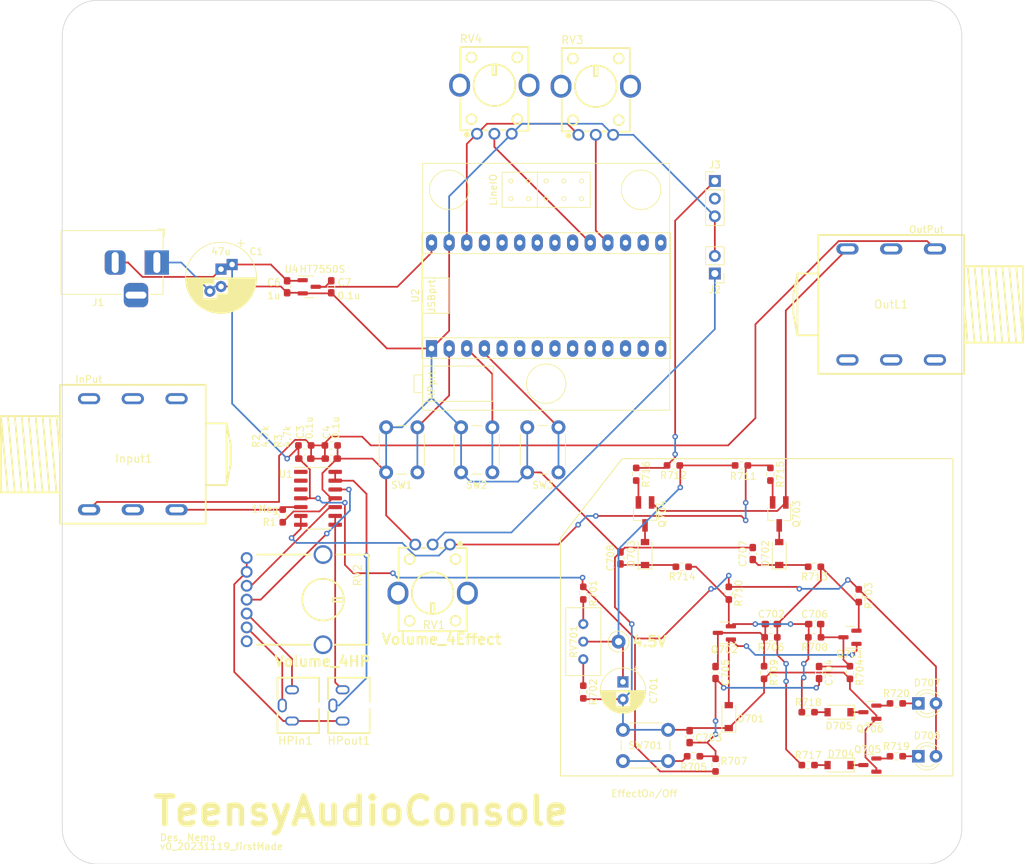
<source format=kicad_pcb>
(kicad_pcb (version 20211014) (generator pcbnew)
  (layers (0 "F.Cu" signal) (31 "B.Cu" signal) (34 "B.Paste" user) (35 "F.Paste" user) (36 "B.SilkS" user "B.Silkscreen") (37 "F.SilkS" user "F.Silkscreen") (38 "B.Mask" user) (39 "F.Mask" user) (44 "Edge.Cuts" user))
  (net 0 "")
  (net 1 "9V")
  (net 2 "GND")
  (net 3 "fetSW_4.5V")
  (net 5 "5V")
  (net 6 "halfRail")
  (net 8 "3.3v")
  (net 10 "Net-(Input1-PadT)")
  (net 12 "HPG")
  (net 13 "Net-(U1-Pad10)")
  (net 14 "HPRin")
  (net 15 "Net-(RV2-Pad5)")
  (net 16 "HPLin")
  (net 17 "HPL")
  (net 18 "HPR")
  (net 19 "Net-(C702-Pad1)")
  (net 20 "fetSW_sw1")
  (net 27 "Net-(C703-Pad1)")
  (net 28 "Net-(C704-Pad1)")
  (net 29 "fetSW_sw2")
  (net 30 "Net-(C707-Pad1)")
  (net 42 "Net-(C708-Pad1)")
  (net 43 "Net-(D701-Pad2)")
  (net 45 "Net-(D702-Pad2)")
  (net 46 "Net-(D703-Pad2)")
  (net 47 "Net-(D704-Pad1)")
  (net 48 "Net-(D704-Pad2)")
  (net 49 "Net-(D705-Pad1)")
  (net 50 "Net-(D705-Pad2)")
  (net 51 "fetSW_in2")
  (net 53 "fetSW_out1")
  (net 54 "Net-(Q703-Pad2)")
  (net 55 "Net-(Q704-Pad2)")
  (net 56 "Net-(Q705-Pad2)")
  (net 57 "Net-(Q706-Pad2)")
  (net 58 "Net-(R701-Pad2)")
  (net 59 "Net-(R702-Pad1)")
  (net 60 "Net-(R705-Pad1)")
  (net 61 "fetSW_in1")
  (net 62 "A2")
  (net 63 "A3")
  (net 64 "D0")
  (net 65 "D1")
  (net 66 "D2")
  (net 67 "Net-(D706-Pad1)")
  (net 68 "Net-(D707-Pad1)")
  (net 69 "Net-(J2-Pad1)")
  (footprint "Diode_SMD:D_SOD-123" (layer "F.Cu") (at 174.73 143.8525 90)
    (fp_text reference "D701")
    (fp_text value "1N4148W")
  )
  (footprint "Resistor_SMD:R_0603_1608Metric_Pad0.98x0.95mm_HandSolder" (layer "F.Cu") (at 198.86 141.9475)
    (fp_text reference "R720")
    (fp_text value "4.7k")
  )
  (footprint "Button_Switch_THT:SW_PUSH_6mm" (layer "F.Cu") (at 145.705 108.66 90)
    (fp_text reference "SW3")
    (fp_text value "SW_Push_Dual")
  )
  (footprint "LED_THT:LED_D3.0mm" (layer "F.Cu") (at 202.03 149.5675)
    (fp_text reference "D706")
    (fp_text value "LED")
  )
  (footprint "Capacitor_SMD:C_0603_1608Metric_Pad1.08x0.95mm_HandSolder" (layer "F.Cu") (at 169.09 146.7375 90)
    (fp_text reference "C703")
    (fp_text value "0.01u")
  )
  (footprint "Connector_PinHeader_2.54mm:PinHeader_1x03_P2.54mm_Vertical" (layer "F.Cu") (at 172.72 66.675)
    (fp_text reference "J3")
    (fp_text value "fromLineOutLR")
  )
  (footprint "Resistor_SMD:R_0603_1608Metric_Pad0.98x0.95mm_HandSolder" (layer "F.Cu") (at 161.395 108.9275 -90)
    (fp_text reference "R716")
    (fp_text value "47k")
  )
  (footprint "Resistor_SMD:R_0603_1608Metric_Pad0.98x0.95mm_HandSolder" (layer "F.Cu") (at 153.775 126.0625 -90)
    (fp_text reference "R701")
    (fp_text value "4.7k")
  )
  (footprint "connector:RES-TH_RK09K1130AAU" (layer "F.Cu") (at 140.97 56.3635)
    (fp_text reference "RV4")
    (fp_text value "10k" hide)
  )
  (footprint "Capacitor_SMD:C_0603_1608Metric_Pad1.08x0.95mm_HandSolder" (layer "F.Cu") (at 117.475 81.915 -90)
    (fp_text reference "C7")
    (fp_text value "0.1u")
  )
  (footprint "Diode_SMD:D_SOD-123" (layer "F.Cu") (at 190.605 143.2175 180)
    (fp_text reference "D705")
    (fp_text value "1N4148W")
  )
  (footprint "Resistor_SMD:R_0603_1608Metric_Pad0.98x0.95mm_HandSolder" (layer "F.Cu") (at 179.81 137.5025 -90)
    (fp_text reference "R709")
    (fp_text value "56k")
  )
  (footprint "connector:RES-TH_RK09K1130AAU" (layer "F.Cu") (at 155.575 56.515)
    (fp_text reference "RV3")
    (fp_text value "10k" hide)
  )
  (footprint "Resistor_SMD:R_0603_1608Metric_Pad0.98x0.95mm_HandSolder" (layer "F.Cu") (at 113.665 104.775)
    (fp_text reference "R2")
    (fp_text value "4.7k")
  )
  (footprint "Capacitor_THT:CP_Radial_D10.0mm_P2.50mm_P5.00mm" (layer "F.Cu") (at 101.6 79.375 -90)
    (fp_text reference "C1")
    (fp_text value "47u")
  )
  (footprint "Connector_BarrelJack:BarrelJack_Horizontal" (layer "F.Cu") (at 92.36 78.4175)
    (fp_text reference "J1")
    (fp_text value "Barrel_Jack_Switch")
  )
  (footprint "Capacitor_SMD:C_0603_1608Metric_Pad1.08x0.95mm_HandSolder" (layer "F.Cu") (at 187.0975 130.5175)
    (fp_text reference "C706")
    (fp_text value "470p")
  )
  (footprint "Resistor_SMD:R_0603_1608Metric_Pad0.98x0.95mm_HandSolder" (layer "F.Cu") (at 117.475 104.775)
    (fp_text reference "R3")
    (fp_text value "4.7k")
  )
  (footprint "Resistor_SMD:R_0603_1608Metric_Pad0.98x0.95mm_HandSolder" (layer "F.Cu") (at 193.4475 126.43 -90)
    (fp_text reference "R703")
    (fp_text value "56k")
  )
  (footprint "Package_TO_SOT_SMD:SOT-23" (layer "F.Cu") (at 174.095 131.7875 180)
    (fp_text reference "Q702")
    (fp_text value "2SC1815")
  )
  (footprint "MountingHole:MountingHole_3.2mm_M3" (layer "F.Cu") (at 203.2 160.02)
    (fp_text reference "REF**")
    (fp_text value "MountingHole_3.2mm_M3")
  )
  (footprint "MountingHole:MountingHole_3.2mm_M3" (layer "F.Cu") (at 203.2 45.72)
    (fp_text reference "REF**")
    (fp_text value "MountingHole_3.2mm_M3")
  )
  (footprint "MountingHole:MountingHole_3.2mm_M3" (layer "F.Cu") (at 83.82 45.72)
    (fp_text reference "REF**")
    (fp_text value "MountingHole_3.2mm_M3")
  )
  (footprint "connector:AUDIO-TH_XKB_PJ-3059-B" (layer "F.Cu") (at 111.125 142.24)
    (fp_text reference "HPIn1")
    (fp_text value "PJ-3059-B" hide)
  )
  (footprint "Resistor_SMD:R_0603_1608Metric_Pad0.98x0.95mm_HandSolder" (layer "F.Cu") (at 186.16 150.8375)
    (fp_text reference "R717")
    (fp_text value "1Meg")
  )
  (footprint "Package_TO_SOT_SMD:SOT-23" (layer "F.Cu") (at 195.05 143.2175 180)
    (fp_text reference "Q706")
    (fp_text value "2SC1815")
  )
  (footprint "Capacitor_SMD:C_0603_1608Metric_Pad1.08x0.95mm_HandSolder" (layer "F.Cu") (at 180.8525 130.5175)
    (fp_text reference "C702")
    (fp_text value "470p")
  )
  (footprint "Button_Switch_THT:SW_PUSH_6mm" (layer "F.Cu") (at 125.385 108.66 90)
    (fp_text reference "SW1")
    (fp_text value "SW_Push_Dual")
  )
  (footprint "Package_TO_SOT_SMD:SC-59_Handsoldering" (layer "F.Cu") (at 162.665 114.6425 -90)
    (fp_text reference "Q704")
    (fp_text value "2SK209")
  )
  (footprint "Package_TO_SOT_SMD:SOT-23" (layer "F.Cu") (at 195.05 150.8375 180)
    (fp_text reference "Q705")
    (fp_text value "2SC1815")
  )
  (footprint "LED_THT:LED_D3.0mm" (layer "F.Cu") (at 202.03 141.9475)
    (fp_text reference "D707")
    (fp_text value "LED")
  )
  (footprint "Diode_SMD:D_SOD-123" (layer "F.Cu") (at 162.665 120.3575 90)
    (fp_text reference "D703")
    (fp_text value "1N4148W")
  )
  (footprint "Capacitor_SMD:C_0603_1608Metric_Pad1.08x0.95mm_HandSolder" (layer "F.Cu") (at 111.125 81.915 -90)
    (fp_text reference "C6")
    (fp_text value "1u")
  )
  (footprint "Potentiometer_THT:Potentiometer_Bourns_3296W_Vertical" (layer "F.Cu") (at 153.775 130.5075 90)
    (fp_text reference "RV701")
    (fp_text value "10k")
  )
  (footprint "Package_SO:SO-14_3.9x8.65mm_P1.27mm" (layer "F.Cu") (at 115.57 112.395)
    (fp_text reference "U1")
    (fp_text value "TL074")
  )
  (footprint "Connector_PinHeader_2.54mm:PinHeader_1x02_P2.54mm_Vertical" (layer "F.Cu") (at 172.72 80.01 180)
    (fp_text reference "J2")
    (fp_text value "toLineInLR")
  )
  (footprint "Resistor_SMD:R_0603_1608Metric_Pad0.98x0.95mm_HandSolder" (layer "F.Cu") (at 168.0225 122.2625 180)
    (fp_text reference "R714")
    (fp_text value "1Meg")
  )
  (footprint "Resistor_SMD:R_0603_1608Metric_Pad0.98x0.95mm_HandSolder" (layer "F.Cu") (at 192.1775 137.5025 -90)
    (fp_text reference "R704")
    (fp_text value "56k")
  )
  (footprint "mylib:teensy4.0WithAudioSh" (layer "F.Cu") (at 131.9175 90.805 90)
    (fp_text reference "U2")
    (fp_text value "teensy4.0")
  )
  (footprint "Button_Switch_THT:SW_PUSH_6mm" (layer "F.Cu") (at 136.18 108.66 90)
    (fp_text reference "SW2")
    (fp_text value "SW_Push_Dual")
  )
  (footprint "Resistor_SMD:R_0603_1608Metric_Pad0.98x0.95mm_HandSolder" (layer "F.Cu") (at 186.16 143.2175)
    (fp_text reference "R718")
    (fp_text value "1Meg")
  )
  (footprint "Resistor_SMD:R_0603_1608Metric_Pad0.98x0.95mm_HandSolder" (layer "F.Cu") (at 176.555 107.6575)
    (fp_text reference "R711")
    (fp_text value "1Meg")
  )
  (footprint "Package_TO_SOT_SMD:SC-59_Handsoldering" (layer "F.Cu") (at 181.9925 114.6425 -90)
    (fp_text reference "Q703")
    (fp_text value "2SK209")
  )
  (footprint "connector:AUDIO-TH_PJ-609AE" (layer "F.Cu") (at 88.9 106.045)
    (fp_text reference "Input1")
    (fp_text value "PJ609AE" hide)
  )
  (footprint "Capacitor_SMD:C_0603_1608Metric_Pad1.08x0.95mm_HandSolder" (layer "F.Cu") (at 178.1825 120.3575 90)
    (fp_text reference "C707")
    (fp_text value "0.047u")
  )
  (footprint "Capacitor_SMD:C_0603_1608Metric_Pad1.08x0.95mm_HandSolder" (layer "F.Cu") (at 159.1325 120.9925 90)
    (fp_text reference "C708")
    (fp_text value "0.047u")
  )
  (footprint "Resistor_SMD:R_0603_1608Metric_Pad0.98x0.95mm_HandSolder" (layer "F.Cu") (at 174.73 126.0725 -90)
    (fp_text reference "R710")
    (fp_text value "56k")
  )
  (footprint "connector:RES-TH_RK14K1240036" (layer "F.Cu") (at 114.3 127 -90)
    (fp_text reference "RV2")
    (fp_text value "R_Potentiometer_Dual" hide)
  )
  (footprint "Capacitor_SMD:C_0603_1608Metric_Pad1.08x0.95mm_HandSolder" (layer "F.Cu") (at 113.665 106.68)
    (fp_text reference "C3")
    (fp_text value "0.1u")
  )
  (footprint "Resistor_SMD:R_0603_1608Metric_Pad0.98x0.95mm_HandSolder" (layer "F.Cu") (at 180.8025 132.4225 180)
    (fp_text reference "R706")
    (fp_text value "100k")
  )
  (footprint "Diode_SMD:D_SOD-123" (layer "F.Cu") (at 181.9925 120.3575 90)
    (fp_text reference "D702")
    (fp_text value "1N4148W")
  )
  (footprint "connector:AUDIO-TH_PJ-609AE" (layer "F.Cu") (at 198.12 84.455 180)
    (fp_text reference "OutL1")
    (fp_text value "PJ609AE" hide)
  )
  (footprint "Package_TO_SOT_SMD:SOT-23" (layer "F.Cu") (at 192.1775 132.4225 180)
    (fp_text reference "Q701")
    (fp_text value "2SC1815")
  )
  (footprint "Resistor_SMD:R_0603_1608Metric_Pad0.98x0.95mm_HandSolder" (layer "F.Cu") (at 169.65 149.5675)
    (fp_text reference "R705")
    (fp_text value "1k")
  )
  (footprint "Resistor_SMD:R_0603_1608Metric_Pad0.98x0.95mm_HandSolder" (layer "F.Cu") (at 198.86 149.5675)
    (fp_text reference "R719")
    (fp_text value "4.7k")
  )
  (footprint "connector:RES-TH_RK09K1130AAU" (layer "F.Cu") (at 132.08 122.555 180)
    (fp_text reference "RV1")
    (fp_text value "10k" hide)
  )
  (footprint "Resistor_SMD:R_0603_1608Metric_Pad0.98x0.95mm_HandSolder" (layer "F.Cu") (at 172.825 150.8375 90)
    (fp_text reference "R707")
    (fp_text value "1Meg")
  )
  (footprint "Resistor_SMD:R_0603_1608Metric_Pad0.98x0.95mm_HandSolder" (layer "F.Cu") (at 180.7225 108.9275 -90)
    (fp_text reference "R715")
    (fp_text value "47k")
  )
  (footprint "connector:AUDIO-TH_XKB_PJ-3059-B" (layer "F.Cu") (at 118.415 142.24)
    (fp_text reference "HPout1")
    (fp_text value "PJ-3059-B" hide)
  )
  (footprint "MountingHole:MountingHole_3.2mm_M3" (layer "F.Cu") (at 83.82 160.02)
    (fp_text reference "REF**")
    (fp_text value "MountingHole_3.2mm_M3")
  )
  (footprint "Capacitor_THT:CP_Radial_D6.3mm_P2.50mm" (layer "F.Cu") (at 159.49 138.850121 -90)
    (fp_text reference "C701")
    (fp_text value "10u")
  )
  (footprint "Resistor_SMD:R_0603_1608Metric_Pad0.98x0.95mm_HandSolder" (layer "F.Cu") (at 153.775 140.31 -90)
    (fp_text reference "R702")
    (fp_text value "4.7k")
  )
  (footprint "Capacitor_SMD:C_0603_1608Metric_Pad1.08x0.95mm_HandSolder" (layer "F.Cu") (at 172.825 137.5025 -90)
    (fp_text reference "C705")
    (fp_text value "470p")
  )
  (footprint "Package_TO_SOT_SMD:SOT-23" (layer "F.Cu") (at 114.3 81.915)
    (fp_text reference "U4")
    (fp_text value "HT7550S")
  )
  (footprint "Capacitor_SMD:C_0603_1608Metric_Pad1.08x0.95mm_HandSolder" (layer "F.Cu") (at 187.7325 137.5025 -90)
    (fp_text reference "C704")
    (fp_text value "470p")
  )
  (footprint "Capacitor_SMD:C_0603_1608Metric_Pad1.08x0.95mm_HandSolder" (layer "F.Cu") (at 117.475 106.68)
    (fp_text reference "C4")
    (fp_text value "0.1u")
  )
  (footprint "Resistor_SMD:R_0603_1608Metric_Pad0.98x0.95mm_HandSolder" (layer "F.Cu") (at 187.0725 122.2625 180)
    (fp_text reference "R713")
    (fp_text value "1Meg")
  )
  (footprint "Resistor_SMD:R_0603_1608Metric_Pad0.98x0.95mm_HandSolder" (layer "F.Cu") (at 166.7525 107.6575 180)
    (fp_text reference "R712")
    (fp_text value "1Meg")
  )
  (footprint "Button_Switch_THT:SW_PUSH_6mm" (layer "F.Cu") (at 159.49 145.7575)
    (fp_text reference "SW701")
    (fp_text value "SW_Push_Dual")
  )
  (footprint "Resistor_SMD:R_0603_1608Metric_Pad0.98x0.95mm_HandSolder" (layer "F.Cu") (at 187.0975 132.4225 180)
    (fp_text reference "R708")
    (fp_text value "100k")
  )
  (footprint "TestPoint:TestPoint_Loop_D1.80mm_Drill1.0mm_Beaded" (layer "F.Cu") (at 158.855 133.0475)
    (fp_text reference "J701")
    (fp_text value "testpoint")
  )
  (footprint "Diode_SMD:D_SOD-123" (layer "F.Cu") (at 190.605 150.8375 180)
    (fp_text reference "D704")
    (fp_text value "1N4148W")
  )
  (footprint "Resistor_SMD:R_0603_1608Metric_Pad0.98x0.95mm_HandSolder" (layer "F.Cu") (at 110.49 114.935 -90)
    (fp_text reference "R1")
    (fp_text value "1Meg")
  )
  (gr_line (start 150.495 152.4) (end 207.01 152.4) (layer "F.SilkS") (width 0.15))
  (gr_line (start 207.01 106.68) (end 159.385 106.68) (layer "F.SilkS") (width 0.15))
  (gr_line (start 159.385 106.68) (end 150.495 118.11) (layer "F.SilkS") (width 0.15))
  (gr_line (start 150.495 118.11) (end 150.495 152.4) (layer "F.SilkS") (width 0.15))
  (gr_line (start 207.01 152.4) (end 207.01 106.68) (layer "F.SilkS") (width 0.15))
  (gr_line (start 203.2 40.64) (end 83.82 40.64) (layer "Edge.Cuts") (width 0.1))
  (gr_line (start 208.28 160.02) (end 208.28 45.72) (layer "Edge.Cuts") (width 0.1))
  (gr_arc (start 83.82 165.1) (mid 80.227898 163.612102) (end 78.74 160.02) (layer "Edge.Cuts") (width 0.1))
  (gr_line (start 78.74 45.72) (end 78.74 160.02) (layer "Edge.Cuts") (width 0.1))
  (gr_arc (start 78.74 45.72) (mid 80.227898 42.127898) (end 83.82 40.64) (layer "Edge.Cuts") (width 0.1))
  (gr_line (start 83.82 165.1) (end 203.2 165.1) (layer "Edge.Cuts") (width 0.1))
  (gr_arc (start 208.28 160.02) (mid 206.792102 163.612102) (end 203.2 165.1) (layer "Edge.Cuts") (width 0.1))
  (gr_arc (start 203.2 40.64) (mid 206.792102 42.127898) (end 208.28 45.72) (layer "Edge.Cuts") (width 0.1))
  (gr_text "Des. Nemo" (at 92.71 161.29) (layer "F.SilkS") (effects (font (size 1 1)) (justify left)))
  (gr_text "InPut" (at 82.55 95.25) (layer "F.SilkS") (effects (font (size 1 1))))
  (gr_text "4.5V\n" (at 163.3 133.0475) (layer "F.SilkS") (effects (font (size 1.5 1.5) (thickness 0.3))))
  (gr_text "Volume_4Effect" (at 133.35 132.715) (layer "F.SilkS") (effects (font (size 1.5 1.5) (thickness 0.3))))
  (gr_text "v0_20231119_firstMade" (at 92.71 162.56) (layer "F.SilkS") (effects (font (size 1 1)) (justify left)))
  (gr_text "TeensyAudioConsole" (at 91.44 157.48) (layer "F.SilkS") (effects (font (size 4 4) (thickness 0.8)) (justify left)))
  (gr_text "OutPut" (at 203.2 73.66) (layer "F.SilkS") (effects (font (size 1 1))))
  (gr_text "EffectOn/Off" (at 162.56 154.94) (layer "F.SilkS") (effects (font (size 1 1))))
  (gr_text "Volume_4HP" (at 116.205 135.89) (layer "F.SilkS") (effects (font (size 1.5 1.5) (thickness 0.3))))
  (segment (start 192.0975 124.1675) (end 193.4475 125.5175) (width 0.25) (layer "F.Cu") (net 1))
  (segment (start 112.7525 104.775) (end 112.7525 105.0525) (width 0.25) (layer "F.Cu") (net 1))
  (segment (start 172.825 151.75) (end 164.8475 151.75) (width 0.25) (layer "F.Cu") (net 1))
  (segment (start 174.73 125.16) (end 174.73 123.5325) (width 0.25) (layer "F.Cu") (net 1))
  (segment (start 112.7525 105.0525) (end 111.125 106.68) (width 0.25) (layer "F.Cu") (net 1))
  (segment (start 86.36 78.4175) (end 88.21 78.4175) (width 0.25) (layer "F.Cu") (net 1))
  (segment (start 174.73 125.16) (end 184.6125 125.16) (width 0.25) (layer "F.Cu") (net 1))
  (segment (start 191.875 124.1675) (end 192.0975 124.1675) (width 0.25) (layer "F.Cu") (net 1))
  (segment (start 204.57 141.9475) (end 204.57 136.64) (width 0.25) (layer "F.Cu") (net 1))
  (segment (start 114.395 108.238249) (end 114.395 112.3) (width 0.25) (layer "F.Cu") (net 1))
  (segment (start 204.57 141.9475) (end 204.57 149.5675) (width 0.25) (layer "F.Cu") (net 1))
  (segment (start 108.776563 78.704063) (end 111.125 81.0525) (width 0.25) (layer "F.Cu") (net 1))
  (segment (start 204.57 136.64) (end 193.4475 125.5175) (width 0.25) (layer "F.Cu") (net 1))
  (segment (start 100.4825 80.4925) (end 101.6 79.375) (width 0.25) (layer "F.Cu") (net 1))
  (segment (start 161.225178 148.127678) (end 161.225178 132.600178) (width 0.25) (layer "F.Cu") (net 1))
  (segment (start 114.3 112.395) (end 113.095 112.395) (width 0.25) (layer "F.Cu") (net 1))
  (segment (start 103.2 78.704063) (end 108.776563 78.704063) (width 0.25) (layer "F.Cu") (net 1))
  (segment (start 114.49 112.395) (end 115.57 112.395) (width 0.25) (layer "F.Cu") (net 1))
  (segment (start 112.7525 104.775) (end 112.7525 106.63) (width 0.25) (layer "F.Cu") (net 1))
  (segment (start 184.6125 125.16) (end 184.89 125.4375) (width 0.25) (layer "F.Cu") (net 1))
  (segment (start 88.21 78.4175) (end 90.285 80.4925) (width 0.25) (layer "F.Cu") (net 1))
  (segment (start 113.275 81.0525) (end 113.3625 80.965) (width 0.25) (layer "F.Cu") (net 1))
  (segment (start 112.8025 106.68) (end 112.836751 106.68) (width 0.25) (layer "F.Cu") (net 1))
  (segment (start 114.395 112.3) (end 114.49 112.395) (width 0.25) (layer "F.Cu") (net 1))
  (segment (start 172.173951 125.453549) (end 165.03125 132.59625) (width 0.25) (layer "F.Cu") (net 1))
  (segment (start 153.67 123.825) (end 153.67 125.045) (width 0.25) (layer "F.Cu") (net 1))
  (segment (start 101.6 79.375) (end 102.529063 79.375) (width 0.25) (layer "F.Cu") (net 1))
  (segment (start 153.67 125.045) (end 153.775 125.15) (width 0.25) (layer "F.Cu") (net 1))
  (segment (start 114.395 112.3) (end 114.3 112.395) (width 0.25) (layer "F.Cu") (net 1))
  (segment (start 161.225178 132.600178) (end 161.22125 132.59625) (width 0.25) (layer "F.Cu") (net 1))
  (segment (start 119.445312 113.025382) (end 119.445312 121.985312) (width 0.25) (layer "F.Cu") (net 1))
  (segment (start 120.65 123.19) (end 126.365 123.19) (width 0.25) (layer "F.Cu") (net 1))
  (segment (start 161.22125 132.59625) (end 153.775 125.15) (width 0.25) (layer "F.Cu") (net 1))
  (segment (start 112.7525 106.63) (end 112.8025 106.68) (width 0.25) (layer "F.Cu") (net 1))
  (segment (start 112.836751 106.68) (end 114.395 108.238249) (width 0.25) (layer "F.Cu") (net 1))
  (segment (start 90.285 80.4925) (end 100.4825 80.4925) (width 0.25) (layer "F.Cu") (net 1))
  (segment (start 102.529063 79.375) (end 103.2 78.704063) (width 0.25) (layer "F.Cu") (net 1))
  (segment (start 165.03125 132.59625) (end 161.22125 132.59625) (width 0.25) (layer "F.Cu") (net 1))
  (segment (start 164.8475 151.75) (end 161.225178 148.127678) (width 0.25) (layer "F.Cu") (net 1))
  (segment (start 119.445312 121.985312) (end 120.65 123.19) (width 0.25) (layer "F.Cu") (net 1))
  (segment (start 111.125 81.0525) (end 113.275 81.0525) (width 0.25) (layer "F.Cu") (net 1))
  (via (at 111.125 106.68) (size 0.8) (drill 0.4) (layers "F.Cu" "B.Cu") (net 1))
  (via (at 184.89 125.4375) (size 0.8) (drill 0.4) (layers "F.Cu" "B.Cu") (net 1))
  (via (at 174.73 123.5325) (size 0.8) (drill 0.4) (layers "F.Cu" "B.Cu") (net 1))
  (via (at 191.875 124.1675) (size 0.8) (drill 0.4) (layers "F.Cu" "B.Cu") (net 1))
  (via (at 115.57 112.395) (size 0.8) (drill 0.4) (layers "F.Cu" "B.Cu") (net 1))
  (via (at 119.445312 113.025382) (size 0.8) (drill 0.4) (layers "F.Cu" "B.Cu") (net 1))
  (via (at 126.365 123.19) (size 0.8) (drill 0.4) (layers "F.Cu" "B.Cu") (net 1))
  (via (at 153.67 123.825) (size 0.8) (drill 0.4) (layers "F.Cu" "B.Cu") (net 1))
  (via (at 172.173951 125.453549) (size 0.8) (drill 0.4) (layers "F.Cu" "B.Cu") (net 1))
  (segment (start 126.365 123.19) (end 127 123.825) (width 0.25) (layer "B.Cu") (net 1))
  (segment (start 190.605 125.4375) (end 191.875 124.1675) (width 0.25) (layer "B.Cu") (net 1))
  (segment (start 184.89 125.4375) (end 190.605 125.4375) (width 0.25) (layer "B.Cu") (net 1))
  (segment (start 172.808951 125.453549) (end 172.173951 125.453549) (width 0.25) (layer "B.Cu") (net 1))
  (segment (start 115.57 112.395) (end 116.200382 113.025382) (width 0.25) (layer "B.Cu") (net 1))
  (segment (start 174.73 123.5325) (end 172.808951 125.453549) (width 0.25) (layer "B.Cu") (net 1))
  (segment (start 111.125 106.68) (end 103.2 98.755) (width 0.25) (layer "B.Cu") (net 1))
  (segment (start 116.200382 113.025382) (end 119.445312 113.025382) (width 0.25) (layer "B.Cu") (net 1))
  (segment (start 127 123.825) (end 153.67 123.825) (width 0.25) (layer "B.Cu") (net 1))
  (segment (start 103.2 98.755) (end 103.2 78.704063) (width 0.25) (layer "B.Cu") (net 1))
  (segment (start 192.1775 139.873249) (end 195.9875 143.683249) (width 0.25) (layer "F.Cu") (net 2))
  (segment (start 110.49 115.8475) (end 112.0475 114.29) (width 0.25) (layer "F.Cu") (net 2))
  (segment (start 179.81 138.415) (end 179.81 140.4225) (width 0.25) (layer "F.Cu") (net 2))
  (segment (start 116.205 108.778249) (end 116.205 111.125) (width 0.25) (layer "F.Cu") (net 2))
  (segment (start 169.4625 145.5025) (end 169.09 145.875) (width 0.25) (layer "F.Cu") (net 2))
  (segment (start 145.705 108.66) (end 147.6625 108.66) (width 0.25) (layer "F.Cu") (net 2))
  (segment (start 110.2225 81.875) (end 111.125 82.7775) (width 0.25) (layer "F.Cu") (net 2))
  (segment (start 158.3325 128.09) (end 160.76 130.5175) (width 0.25) (layer "F.Cu") (net 2))
  (segment (start 159.7675 119.495) (end 159.1325 120.13) (width 0.25) (layer "F.Cu") (net 2))
  (segment (start 194.415 149.724251) (end 194.415 145.74) (width 0.25) (layer "F.Cu") (net 2))
  (segment (start 179.81 138.415) (end 180.7225 137.5025) (width 0.25) (layer "F.Cu") (net 2))
  (segment (start 153.775 141.2225) (end 153.902621 141.350121) (width 0.25) (layer "F.Cu") (net 2))
  (segment (start 116.205 111.125) (end 117.475 112.395) (width 0.25) (layer "F.Cu") (net 2))
  (segment (start 159.1325 120.13) (end 158.3325 120.93) (width 0.25) (layer "F.Cu") (net 2))
  (segment (start 191.265 137.5025) (end 192.1775 138.415) (width 0.25) (layer "F.Cu") (net 2))
  (segment (start 134.4575 88.265) (end 131.9175 90.805) (width 0.25) (layer "F.Cu") (net 2))
  (segment (start 153.902621 141.350121) (end 159.49 141.350121) (width 0.25) (layer "F.Cu") (net 2))
  (segment (start 117.475 82.7775) (end 125.5025 90.805) (width 0.25) (layer "F.Cu") (net 2))
  (segment (start 178.1825 119.495) (end 159.7675 119.495) (width 0.25) (layer "F.Cu") (net 2))
  (segment (start 172.72 71.755) (end 172.72 77.47) (width 0.25) (layer "F.Cu") (net 2))
  (segment (start 113.3625 82.865) (end 117.3875 82.865) (width 0.25) (layer "F.Cu") (net 2))
  (segment (start 117.3875 82.865) (end 117.475 82.7775) (width 0.25) (layer "F.Cu") (net 2))
  (segment (start 118.303249 106.68) (end 116.205 108.778249) (width 0.25) (layer "F.Cu") (net 2))
  (segment (start 192.1775 138.415) (end 192.1775 139.873249) (width 0.25) (layer "F.Cu") (net 2))
  (segment (start 174.73 145.5025) (end 169.4625 145.5025) (width 0.25) (layer "F.Cu") (net 2))
  (segment (start 195.9875 151.296751) (end 194.415 149.724251) (width 0.25) (layer "F.Cu") (net 2))
  (segment (start 147.6625 108.66) (end 159.1325 120.13) (width 0.25) (layer "F.Cu") (net 2))
  (segment (start 111.125 82.7775) (end 113.275 82.7775) (width 0.25) (layer "F.Cu") (net 2))
  (segment (start 113.275 82.7775) (end 113.3625 82.865) (width 0.25) (layer "F.Cu") (net 2))
  (segment (start 165.99 145.7575) (end 168.9725 145.7575) (width 0.25) (layer "F.Cu") (net 2))
  (segment (start 180.7225 137.5025) (end 191.265 137.5025) (width 0.25) (layer "F.Cu") (net 2))
  (segment (start 115.773249 114.29) (end 117.668249 112.395) (width 0.25) (layer "F.Cu") (net 2))
  (segment (start 134.4575 75.565) (end 134.4575 88.265) (width 0.25) (layer "F.Cu") (net 2))
  (segment (start 118.3875 106.63) (end 118.3375 106.68) (width 0.25) (layer "F.Cu") (net 2))
  (segment (start 112.0475 114.29) (end 115.773249 114.29) (width 0.25) (layer "F.Cu") (net 2))
  (segment (start 101.6 81.875) (end 110.2225 81.875) (width 0.25) (layer "F.Cu") (net 2))
  (segment (start 125.5025 90.805) (end 131.9175 90.805) (width 0.25) (layer "F.Cu") (net 2))
  (segment (start 117.475 112.395) (end 118.045 112.395) (width 0.25) (layer "F.Cu") (net 2))
  (segment (start 118.3375 106.68) (end 118.303249 106.68) (width 0.25) (layer "F.Cu") (net 2))
  (segment (start 118.3375 106.68) (end 123.405 106.68) (width 0.25) (layer "F.Cu") (net 2))
  (segment (start 195.9875 143.683249) (end 195.9875 144.1675) (width 0.25) (layer "F.Cu") (net 2))
  (segment (start 118.3875 104.775) (end 118.3875 106.63) (width 0.25) (layer "F.Cu") (net 2))
  (segment (start 125.385 114.86) (end 129.58 119.055) (width 0.25) (layer "F.Cu") (net 2))
  (segment (start 123.405 106.68) (end 125.385 108.66) (width 0.25) (layer "F.Cu") (net 2))
  (segment (start 194.415 145.74) (end 195.9875 144.1675) (width 0.25) (layer "F.Cu") (net 2))
  (segment (start 195.9875 151.7875) (end 195.9875 151.296751) (width 0.25) (layer "F.Cu") (net 2))
  (segment (start 168.9725 145.7575) (end 169.09 145.875) (width 0.25) (layer "F.Cu") (net 2))
  (segment (start 158.3325 120.93) (end 158.3325 128.09) (width 0.25) (layer "F.Cu") (net 2))
  (segment (start 179.81 140.4225) (end 174.73 145.5025) (width 0.25) (layer "F.Cu") (net 2))
  (segment (start 125.385 108.66) (end 125.385 114.86) (width 0.25) (layer "F.Cu") (net 2))
  (segment (start 117.668249 112.395) (end 118.045 112.395) (width 0.25) (layer "F.Cu") (net 2))
  (via (at 160.76 130.5175) (size 0.8) (drill 0.4) (layers "F.Cu" "B.Cu") (net 2))
  (segment (start 136.18 102.16) (end 136.18 108.66) (width 0.25) (layer "B.Cu") (net 2))
  (segment (start 125.385 102.16) (end 127.655 102.16) (width 0.25) (layer "B.Cu") (net 2))
  (segment (start 158.075 60.015) (end 160.98 60.015) (width 0.25) (layer "B.Cu") (net 2))
  (segment (start 160.76 130.5175) (end 160.76 140.080121) (width 0.25) (layer "B.Cu") (net 2))
  (segment (start 165.99 145.7575) (end 159.49 145.7575) (width 0.25) (layer "B.Cu") (net 2))
  (segment (start 125.385 102.16) (end 125.385 108.66) (width 0.25) (layer "B.Cu") (net 2))
  (segment (start 137.505 109.985) (end 144.38 109.985) (width 0.25) (layer "B.Cu") (net 2))
  (segment (start 131.9175 97.8975) (end 136.18 102.16) (width 0.25) (layer "B.Cu") (net 2))
  (segment (start 127.655 102.16) (end 131.9175 97.8975) (width 0.25) (layer "B.Cu") (net 2))
  (segment (start 160.76 140.080121) (end 159.49 141.350121) (width 0.25) (layer "B.Cu") (net 2))
  (segment (start 100.670937 81.875) (end 100 82.545937) (width 0.25) (layer "B.Cu") (net 2))
  (segment (start 158.075 60.015) (end 156.48 58.42) (width 0.25) (layer "B.Cu") (net 2))
  (segment (start 145.705 102.16) (end 145.705 108.66) (width 0.25) (layer "B.Cu") (net 2))
  (segment (start 95.871563 78.4175) (end 100 82.545937) (width 0.25) (layer "B.Cu") (net 2))
  (segment (start 92.36 78.4175) (end 95.871563 78.4175) (width 0.25) (layer "B.Cu") (net 2))
  (segment (start 144.9135 58.42) (end 143.47 59.8635) (width 0.25) (layer "B.Cu") (net 2))
  (segment (start 134.4575 68.876) (end 134.4575 75.565) (width 0.25) (layer "B.Cu") (net 2))
  (segment (start 156.48 58.42) (end 144.9135 58.42) (width 0.25) (layer "B.Cu") (net 2))
  (segment (start 101.6 81.875) (end 100.670937 81.875) (width 0.25) (layer "B.Cu") (net 2))
  (segment (start 159.49 141.350121) (end 159.49 145.7575) (width 0.25) (layer "B.Cu") (net 2))
  (segment (start 143.47 59.8635) (end 134.4575 68.876) (width 0.25) (layer "B.Cu") (net 2))
  (segment (start 144.38 109.985) (end 145.705 108.66) (width 0.25) (layer "B.Cu") (net 2))
  (segment (start 160.98 60.015) (end 172.72 71.755) (width 0.25) (layer "B.Cu") (net 2))
  (segment (start 131.9175 90.805) (end 131.9175 97.8975) (width 0.25) (layer "B.Cu") (net 2))
  (segment (start 136.18 108.66) (end 137.505 109.985) (width 0.25) (layer "B.Cu") (net 2))
  (segment (start 159.49 133.6825) (end 158.855 133.0475) (width 0.25) (layer "F.Cu") (net 3))
  (segment (start 167.745 107.7375) (end 167.665 107.6575) (width 0.25) (layer "F.Cu") (net 3))
  (segment (start 167.665 107.6575) (end 175.6425 107.6575) (width 0.25) (layer "F.Cu") (net 3))
  (segment (start 153.775 133.0475) (end 158.855 133.0475) (width 0.25) (layer "F.Cu") (net 3))
  (segment (start 167.745 110.8325) (end 167.745 107.7375) (width 0.25) (layer "F.Cu") (net 3))
  (segment (start 159.49 138.850121) (end 159.49 133.6825) (width 0.25) (layer "F.Cu") (net 3))
  (via (at 167.745 110.8325) (size 0.8) (drill 0.4) (layers "F.Cu" "B.Cu") (net 3))
  (segment (start 158.855 133.0475) (end 158.855 119.7225) (width 0.25) (layer "B.Cu") (net 3))
  (segment (start 158.855 119.7225) (end 167.745 110.8325) (width 0.25) (layer "B.Cu") (net 3))
  (segment (start 131.9175 76.9975) (end 131.9175 75.565) (width 0.25) (layer "F.Cu") (net 5))
  (segment (start 115.2375 81.915) (end 127 81.915) (width 0.25) (layer "F.Cu") (net 5))
  (segment (start 115.2375 81.915) (end 116.6125 81.915) (width 0.25) (layer "F.Cu") (net 5))
  (segment (start 116.6125 81.915) (end 117.475 81.0525) (width 0.25) (layer "F.Cu") (net 5))
  (segment (start 127 81.915) (end 131.9175 76.9975) (width 0.25) (layer "F.Cu") (net 5))
  (segment (start 112.269505 103.975) (end 113.7775 103.975) (width 0.25) (layer "F.Cu") (net 6))
  (segment (start 178.565 100.835) (end 178.565 87.31901) (width 0.25) (layer "F.Cu") (net 6))
  (segment (start 178.565 87.31901) (end 190.55401 75.33) (width 0.25) (layer "F.Cu") (net 6))
  (segment (start 114.5775 106.63) (end 114.5275 106.68) (width 0.25) (layer "F.Cu") (net 6))
  (segment (start 203.295 75.33) (end 204.42 76.455) (width 0.25) (layer "F.Cu") (net 6))
  (segment (start 116.5625 104.4175) (end 117.475 103.505) (width 0.25) (layer "F.Cu") (net 6))
  (segment (start 114.5275 106.68) (end 116.6125 106.68) (width 0.25) (layer "F.Cu") (net 6))
  (segment (start 113.7775 103.975) (end 114.5775 104.775) (width 0.25) (layer "F.Cu") (net 6))
  (segment (start 174.625 104.775) (end 178.565 100.835) (width 0.25) (layer "F.Cu") (net 6))
  (segment (start 83.725 112.92) (end 109.965 112.92) (width 0.25) (layer "F.Cu") (net 6))
  (segment (start 109.965 106.279505) (end 112.269505 103.975) (width 0.25) (layer "F.Cu") (net 6))
  (segment (start 114.5775 104.775) (end 114.5775 106.63) (width 0.25) (layer "F.Cu") (net 6))
  (segment (start 116.5625 104.775) (end 116.5625 104.4175) (width 0.25) (layer "F.Cu") (net 6))
  (segment (start 82.6 114.045) (end 83.725 112.92) (width 0.25) (layer "F.Cu") (net 6))
  (segment (start 117.475 103.505) (end 121.92 103.505) (width 0.25) (layer "F.Cu") (net 6))
  (segment (start 190.55401 75.33) (end 203.295 75.33) (width 0.25) (layer "F.Cu") (net 6))
  (segment (start 121.92 103.505) (end 123.19 104.775) (width 0.25) (layer "F.Cu") (net 6))
  (segment (start 109.965 112.92) (end 109.965 106.279505) (width 0.25) (layer "F.Cu") (net 6))
  (segment (start 116.5625 106.63) (end 116.6125 106.68) (width 0.25) (layer "F.Cu") (net 6))
  (segment (start 116.5625 104.775) (end 116.5625 106.63) (width 0.25) (layer "F.Cu") (net 6))
  (segment (start 123.19 104.775) (end 174.625 104.775) (width 0.25) (layer "F.Cu") (net 6))
  (segment (start 114.5775 104.775) (end 116.5625 104.775) (width 0.25) (layer "F.Cu") (net 6))
  (segment (start 136.9975 61.336) (end 138.47 59.8635) (width 0.25) (layer "F.Cu") (net 8))
  (segment (start 139.9135 58.42) (end 151.48 58.42) (width 0.25) (layer "F.Cu") (net 8))
  (segment (start 136.9975 75.565) (end 136.9975 61.336) (width 0.25) (layer "F.Cu") (net 8))
  (segment (start 138.47 59.8635) (end 139.9135 58.42) (width 0.25) (layer "F.Cu") (net 8))
  (segment (start 151.48 58.42) (end 153.075 60.015) (width 0.25) (layer "F.Cu") (net 8))
  (segment (start 113.095 113.665) (end 110.8475 113.665) (width 0.25) (layer "F.Cu") (net 10))
  (segment (start 95.2 114.045) (end 110.4675 114.045) (width 0.25) (layer "F.Cu") (net 10))
  (segment (start 110.8475 113.665) (end 110.49 114.0225) (width 0.25) (layer "F.Cu") (net 10))
  (segment (start 110.4675 114.045) (end 110.49 114.0225) (width 0.25) (layer "F.Cu") (net 10))
  (segment (start 103.505 124.795) (end 103.505 137.42) (width 0.25) (layer "F.Cu") (net 12))
  (segment (start 110.575 144.49) (end 111.825 144.49) (width 0.25) (layer "F.Cu") (net 12))
  (segment (start 119.115 144.49) (end 111.825 144.49) (width 0.25) (layer "F.Cu") (net 12))
  (segment (start 105.3 121) (end 105.3 123) (width 0.25) (layer "F.Cu") (net 12))
  (segment (start 103.505 137.42) (end 110.575 144.49) (width 0.25) (layer "F.Cu") (net 12))
  (segment (start 105.3 123) (end 103.505 124.795) (width 0.25) (layer "F.Cu") (net 12))
  (segment (start 105.946751 125) (end 105.3 125) (width 0.25) (layer "F.Cu") (net 13))
  (segment (start 117.281751 113.665) (end 105.946751 125) (width 0.25) (layer "F.Cu") (net 13))
  (segment (start 118.045 113.665) (end 117.281751 113.665) (width 0.25) (layer "F.Cu") (net 13))
  (segment (start 111.825 139.99) (end 111.825 135.525) (width 0.25) (layer "F.Cu") (net 14))
  (segment (start 111.825 135.525) (end 105.3 129) (width 0.25) (layer "F.Cu") (net 14))
  (segment (start 107.315 127) (end 105.3 127) (width 0.25) (layer "F.Cu") (net 15))
  (segment (start 118.045 111.125) (end 120.015 111.125) (width 0.25) (layer "F.Cu") (net 15))
  (segment (start 116.84 117.475) (end 107.315 127) (width 0.25) (layer "F.Cu") (net 15))
  (via (at 116.84 117.475) (size 0.8) (drill 0.4) (layers "F.Cu" "B.Cu") (net 15))
  (via (at 120.015 111.125) (size 0.8) (drill 0.4) (layers "F.Cu" "B.Cu") (net 15))
  (segment (start 120.015 111.125) (end 120.170312 111.280312) (width 0.25) (layer "B.Cu") (net 15))
  (segment (start 120.170312 114.144688) (end 116.84 117.475) (width 0.25) (layer "B.Cu") (net 15))
  (segment (start 120.170312 111.280312) (end 120.170312 114.144688) (width 0.25) (layer "B.Cu") (net 15))
  (segment (start 110.425 136.125) (end 110.425 142.24) (width 0.25) (layer "F.Cu") (net 16))
  (segment (start 105.3 131) (end 110.425 136.125) (width 0.25) (layer "F.Cu") (net 16))
  (segment (start 120.65 109.855) (end 118.045 109.855) (width 0.25) (layer "F.Cu") (net 17))
  (segment (start 122.555 111.76) (end 120.65 109.855) (width 0.25) (layer "F.Cu") (net 17))
  (segment (start 122.555 120.65) (end 122.555 111.76) (width 0.25) (layer "F.Cu") (net 17))
  (segment (start 118.045 109.855) (end 118.045 108.585) (width 0.25) (layer "F.Cu") (net 17))
  (via (at 122.555 120.65) (size 0.8) (drill 0.4) (layers "F.Cu" "B.Cu") (net 17))
  (segment (start 121.92 138.913858) (end 122.555 138.278858) (width 0.25) (layer "B.Cu") (net 17))
  (segment (start 118.593858 142.24) (end 121.92 138.913858) (width 0.25) (layer "B.Cu") (net 17))
  (segment (start 117.715 142.24) (end 118.593858 142.24) (width 0.25) (layer "B.Cu") (net 17))
  (segment (start 122.555 138.278858) (end 122.555 120.65) (width 0.25) (layer "B.Cu") (net 17))
  (segment (start 118.045 138.92) (end 118.045 138.365) (width 0.25) (layer "F.Cu") (net 18))
  (segment (start 119.115 139.99) (end 118.045 138.92) (width 0.25) (layer "F.Cu") (net 18))
  (segment (start 118.045 114.935) (end 118.045 116.205) (width 0.25) (layer "F.Cu") (net 18))
  (segment (start 118.045 116.205) (end 118.045 138.365) (width 0.25) (layer "F.Cu") (net 18))
  (segment (start 179.99 130.5175) (end 179.99 132.3225) (width 0.25) (layer "F.Cu") (net 19))
  (segment (start 173.1575 131.7875) (end 179.255 131.7875) (width 0.25) (layer "F.Cu") (net 19))
  (segment (start 173.1575 131.7875) (end 173.1575 136.3075) (width 0.25) (layer "F.Cu") (net 19))
  (segment (start 179.81 132.5025) (end 179.89 132.4225) (width 0.25) (layer "F.Cu") (net 19))
  (segment (start 179.99 132.3225) (end 179.89 132.4225) (width 0.25) (layer "F.Cu") (net 19))
  (segment (start 179.81 136.59) (end 179.81 132.5025) (width 0.25) (layer "F.Cu") (net 19))
  (segment (start 179.255 131.7875) (end 179.89 132.4225) (width 0.25) (layer "F.Cu") (net 19))
  (segment (start 173.1575 136.3075) (end 172.825 136.64) (width 0.25) (layer "F.Cu") (net 19))
  (segment (start 187.985 124.2475) (end 187.985 122.2625) (width 0.25) (layer "F.Cu") (net 20))
  (segment (start 193.4475 127.3425) (end 193.065 127.3425) (width 0.25) (layer "F.Cu") (net 20))
  (segment (start 193.4475 127.3425) (end 193.4475 131.14) (width 0.25) (layer "F.Cu") (net 20))
  (segment (start 182.985 148.575) (end 185.2475 150.8375) (width 0.25) (layer "F.Cu") (net 20))
  (segment (start 181.715 132.4225) (end 181.715 134.9625) (width 0.25) (layer "F.Cu") (net 20))
  (segment (start 181.715 130.5175) (end 181.715 132.4225) (width 0.25) (layer "F.Cu") (net 20))
  (segment (start 182.985 138.7725) (end 182.985 148.575) (width 0.25) (layer "F.Cu") (net 20))
  (segment (start 193.065 127.3425) (end 187.985 122.2625) (width 0.25) (layer "F.Cu") (net 20))
  (segment (start 193.4475 131.14) (end 193.115 131.4725) (width 0.25) (layer "F.Cu") (net 20))
  (segment (start 181.715 130.5175) (end 187.985 124.2475) (width 0.25) (layer "F.Cu") (net 20))
  (segment (start 181.715 134.9625) (end 182.985 136.2325) (width 0.25) (layer "F.Cu") (net 20))
  (via (at 182.985 138.7725) (size 0.8) (drill 0.4) (layers "F.Cu" "B.Cu") (net 20))
  (via (at 182.985 136.2325) (size 0.8) (drill 0.4) (layers "F.Cu" "B.Cu") (net 20))
  (segment (start 182.985 136.2325) (end 182.985 138.7725) (width 0.25) (layer "B.Cu") (net 20))
  (segment (start 169.09 147.6) (end 171.6175 147.6) (width 0.25) (layer "F.Cu") (net 27))
  (segment (start 187.7325 138.365) (end 187.7325 139.2925) (width 0.25) (layer "F.Cu") (net 27))
  (segment (start 173.99 139.53) (end 172.825 138.365) (width 0.25) (layer "F.Cu") (net 27))
  (segment (start 172.825 144.4875) (end 172.825 138.365) (width 0.25) (layer "F.Cu") (net 27))
  (segment (start 172.825 149.925) (end 172.825 148.8075) (width 0.25) (layer "F.Cu") (net 27))
  (segment (start 173.99 139.7) (end 173.99 139.53) (width 0.25) (layer "F.Cu") (net 27))
  (segment (start 172.4675 149.5675) (end 172.825 149.925) (width 0.25) (layer "F.Cu") (net 27))
  (segment (start 170.5625 149.5675) (end 172.4675 149.5675) (width 0.25) (layer "F.Cu") (net 27))
  (segment (start 172.825 148.8075) (end 171.6175 147.6) (width 0.25) (layer "F.Cu") (net 27))
  (segment (start 187.7325 139.2925) (end 187.325 139.7) (width 0.25) (layer "F.Cu") (net 27))
  (segment (start 171.6175 147.6) (end 172.825 146.3925) (width 0.25) (layer "F.Cu") (net 27))
  (via (at 172.825 146.3925) (size 0.8) (drill 0.4) (layers "F.Cu" "B.Cu") (net 27))
  (via (at 172.825 144.4875) (size 0.8) (drill 0.4) (layers "F.Cu" "B.Cu") (net 27))
  (via (at 187.325 139.7) (size 0.8) (drill 0.4) (layers "F.Cu" "B.Cu") (net 27))
  (via (at 173.99 139.7) (size 0.8) (drill 0.4) (layers "F.Cu" "B.Cu") (net 27))
  (segment (start 172.825 146.3925) (end 172.825 144.4875) (width 0.25) (layer "B.Cu") (net 27))
  (segment (start 187.325 139.7) (end 173.99 139.7) (width 0.25) (layer "B.Cu") (net 27))
  (segment (start 192.1275 136.64) (end 192.1775 136.59) (width 0.25) (layer "F.Cu") (net 28))
  (segment (start 188.01 132.4225) (end 191.24 132.4225) (width 0.25) (layer "F.Cu") (net 28))
  (segment (start 187.96 130.5175) (end 187.96 132.3725) (width 0.25) (layer "F.Cu") (net 28))
  (segment (start 187.7325 136.64) (end 192.1275 136.64) (width 0.25) (layer "F.Cu") (net 28))
  (segment (start 191.24 135.6525) (end 192.1775 136.59) (width 0.25) (layer "F.Cu") (net 28))
  (segment (start 187.96 132.3725) (end 188.01 132.4225) (width 0.25) (layer "F.Cu") (net 28))
  (segment (start 191.24 132.4225) (end 191.24 135.6525) (width 0.25) (layer "F.Cu") (net 28))
  (segment (start 175.0325 130.8375) (end 175.3525 130.5175) (width 0.25) (layer "F.Cu") (net 29))
  (segment (start 174.73 126.985) (end 174.73 130.535) (width 0.25) (layer "F.Cu") (net 29))
  (segment (start 168.935 122.2625) (end 170.0075 122.2625) (width 0.25) (layer "F.Cu") (net 29))
  (segment (start 186.185 135.5725) (end 185.525 136.2325) (width 0.25) (layer "F.Cu") (net 29))
  (segment (start 186.185 132.4225) (end 186.185 135.5725) (width 0.25) (layer "F.Cu") (net 29))
  (segment (start 185.525 138.227) (end 185.2475 138.5045) (width 0.25) (layer "F.Cu") (net 29))
  (segment (start 186.235 130.5175) (end 186.235 132.3725) (width 0.25) (layer "F.Cu") (net 29))
  (segment (start 186.235 132.3725) (end 186.185 132.4225) (width 0.25) (layer "F.Cu") (net 29))
  (segment (start 174.73 130.535) (end 175.0325 130.8375) (width 0.25) (layer "F.Cu") (net 29))
  (segment (start 170.0075 122.2625) (end 174.73 126.985) (width 0.25) (layer "F.Cu") (net 29))
  (segment (start 175.3525 130.5175) (end 178.54 130.5175) (width 0.25) (layer "F.Cu") (net 29))
  (segment (start 183.62 130.5175) (end 186.235 130.5175) (width 0.25) (layer "F.Cu") (net 29))
  (segment (start 185.2475 138.5045) (end 185.2475 143.2175) (width 0.25) (layer "F.Cu") (net 29))
  (via (at 185.525 136.2325) (size 0.8) (drill 0.4) (layers "F.Cu" "B.Cu") (net 29))
  (via (at 183.62 130.5175) (size 0.8) (drill 0.4) (layers "F.Cu" "B.Cu") (net 29))
  (via (at 178.54 130.5175) (size 0.8) (drill 0.4) (layers "F.Cu" "B.Cu") (net 29))
  (via (at 185.525 138.227) (size 0.8) (drill 0.4) (layers "F.Cu" "B.Cu") (net 29))
  (segment (start 185.525 136.2325) (end 185.525 138.227) (width 0.25) (layer "B.Cu") (net 29))
  (segment (start 178.54 130.5175) (end 183.62 130.5175) (width 0.25) (layer "B.Cu") (net 29))
  (segment (start 186.16 122.2625) (end 185.905 122.0075) (width 0.25) (layer "F.Cu") (net 30))
  (segment (start 178.97 122.0075) (end 181.9925 122.0075) (width 0.25) (layer "F.Cu") (net 30))
  (segment (start 185.905 122.0075) (end 181.9925 122.0075) (width 0.25) (layer "F.Cu") (net 30))
  (segment (start 178.1825 121.22) (end 178.97 122.0075) (width 0.25) (layer "F.Cu") (net 30))
  (segment (start 159.1325 121.855) (end 159.285 122.0075) (width 0.25) (layer "F.Cu") (net 42))
  (segment (start 159.285 122.0075) (end 162.665 122.0075) (width 0.25) (layer "F.Cu") (net 42))
  (segment (start 162.665 122.0075) (end 166.855 122.0075) (width 0.25) (layer "F.Cu") (net 42))
  (segment (start 166.855 122.0075) (end 167.11 122.2625) (width 0.25) (layer "F.Cu") (net 42))
  (segment (start 193.145 134.3275) (end 193.145 133.4025) (width 0.25) (layer "F.Cu") (net 43))
  (segment (start 175.9875 133.6925) (end 177.27 133.6925) (width 0.25) (layer "F.Cu") (net 43))
  (segment (start 175.0325 132.7375) (end 174.73 133.04) (width 0.25) (layer "F.Cu") (net 43))
  (segment (start 175.0325 132.7375) (end 175.9875 133.6925) (width 0.25) (layer "F.Cu") (net 43))
  (segment (start 174.73 133.04) (end 174.73 142.2025) (width 0.25) (layer "F.Cu") (net 43))
  (segment (start 192.51 134.9625) (end 193.145 134.3275) (width 0.25) (layer "F.Cu") (net 43))
  (segment (start 193.145 133.4025) (end 193.115 133.3725) (width 0.25) (layer "F.Cu") (net 43))
  (via (at 177.27 133.6925) (size 0.8) (drill 0.4) (layers "F.Cu" "B.Cu") (net 43))
  (via (at 192.51 134.9625) (size 0.8) (drill 0.4) (layers "F.Cu" "B.Cu") (net 43))
  (segment (start 178.54 134.9625) (end 192.51 134.9625) (width 0.25) (layer "B.Cu") (net 43))
  (segment (start 177.27 133.6925) (end 178.54 134.9625) (width 0.25) (layer "B.Cu") (net 43))
  (segment (start 181.9925 118.7075) (end 181.9925 116.2925) (width 0.25) (layer "F.Cu") (net 45))
  (segment (start 162.665 116.2925) (end 162.665 118.7075) (width 0.25) (layer "F.Cu") (net 46))
  (segment (start 194.1125 150.8375) (end 192.255 150.8375) (width 0.25) (layer "F.Cu") (net 47))
  (segment (start 187.0725 150.8375) (end 188.955 150.8375) (width 0.25) (layer "F.Cu") (net 48))
  (segment (start 194.1125 143.2175) (end 192.255 143.2175) (width 0.25) (layer "F.Cu") (net 49))
  (segment (start 188.955 143.2175) (end 187.0725 143.2175) (width 0.25) (layer "F.Cu") (net 50))
  (segment (start 172.72 66.675) (end 167.005 72.39) (width 0.25) (layer "F.Cu") (net 51))
  (segment (start 161.395 108.015) (end 165.4825 108.015) (width 0.25) (layer "F.Cu") (net 51))
  (segment (start 167.005 106.045) (end 167.005 106.4925) (width 0.25) (layer "F.Cu") (net 51))
  (segment (start 167.005 106.4925) (end 165.84 107.6575) (width 0.25) (layer "F.Cu") (net 51))
  (segment (start 167.005 72.39) (end 167.005 103.505) (width 0.25) (layer "F.Cu") (net 51))
  (segment (start 165.4825 108.015) (end 165.84 107.6575) (width 0.25) (layer "F.Cu") (net 51))
  (via (at 167.005 103.505) (size 0.8) (drill 0.4) (layers "F.Cu" "B.Cu") (net 51))
  (via (at 167.005 106.045) (size 0.8) (drill 0.4) (layers "F.Cu" "B.Cu") (net 51))
  (segment (start 167.005 103.505) (end 167.005 106.045) (width 0.25) (layer "B.Cu") (net 51))
  (segment (start 163.615 112.9925) (end 164.84 114.2175) (width 0.25) (layer "F.Cu") (net 53))
  (segment (start 191.82 76.455) (end 182.9425 85.3325) (width 0.25) (layer "F.Cu") (net 53))
  (segment (start 182.9425 85.3325) (end 182.9425 112.9925) (width 0.25) (layer "F.Cu") (net 53))
  (segment (start 164.84 114.2175) (end 181.7175 114.2175) (width 0.25) (layer "F.Cu") (net 53))
  (segment (start 181.7175 114.2175) (end 182.9425 112.9925) (width 0.25) (layer "F.Cu") (net 53))
  (segment (start 181.0425 112.9925) (end 181.0425 110.16) (width 0.25) (layer "F.Cu") (net 54))
  (segment (start 181.0425 110.16) (end 180.7225 109.84) (width 0.25) (layer "F.Cu") (net 54))
  (segment (start 161.715 110.16) (end 161.715 112.9925) (width 0.25) (layer "F.Cu") (net 55))
  (segment (start 161.395 109.84) (end 161.715 110.16) (width 0.25) (layer "F.Cu") (net 55))
  (segment (start 197.6275 149.8875) (end 197.9475 149.5675) (width 0.25) (layer "F.Cu") (net 56))
  (segment (start 195.9875 149.8875) (end 197.6275 149.8875) (width 0.25) (layer "F.Cu") (net 56))
  (segment (start 197.6275 142.2675) (end 197.9475 141.9475) (width 0.25) (layer "F.Cu") (net 57))
  (segment (start 195.9875 142.2675) (end 197.6275 142.2675) (width 0.25) (layer "F.Cu") (net 57))
  (segment (start 153.775 130.5075) (end 153.775 126.975) (width 0.25) (layer "F.Cu") (net 58))
  (segment (start 153.775 139.3975) (end 153.775 135.5875) (width 0.25) (layer "F.Cu") (net 59))
  (segment (start 168.0475 150.2575) (end 165.99 150.2575) (width 0.25) (layer "F.Cu") (net 60))
  (segment (start 168.7375 149.5675) (end 168.0475 150.2575) (width 0.25) (layer "F.Cu") (net 60))
  (segment (start 159.49 150.2575) (end 165.99 150.2575) (width 0.25) (layer "B.Cu") (net 60))
  (segment (start 177.165 113.03) (end 177.165 107.96) (width 0.25) (layer "F.Cu") (net 61))
  (segment (start 177.165 107.96) (end 177.4675 107.6575) (width 0.25) (layer "F.Cu") (net 61))
  (segment (start 176.53 114.935) (end 177.165 115.57) (width 0.25) (layer "F.Cu") (net 61))
  (segment (start 113.095 116.775) (end 111.76 118.11) (width 0.25) (layer "F.Cu") (net 61))
  (segment (start 180.7225 108.015) (end 180.365 107.6575) (width 0.25) (layer "F.Cu") (net 61))
  (segment (start 180.365 107.6575) (end 177.4675 107.6575) (width 0.25) (layer "F.Cu") (net 61))
  (segment (start 150.185 119.055) (end 153.035 116.205) (width 0.25) (layer "F.Cu") (net 61))
  (segment (start 113.095 114.935) (end 113.095 116.205) (width 0.25) (layer "F.Cu") (net 61))
  (segment (start 155.575 114.935) (end 176.53 114.935) (width 0.25) (layer "F.Cu") (net 61))
  (segment (start 134.58 119.055) (end 150.185 119.055) (width 0.25) (layer "F.Cu") (net 61))
  (segment (start 113.095 116.205) (end 113.095 116.775) (width 0.25) (layer "F.Cu") (net 61))
  (via (at 155.575 114.935) (size 0.8) (drill 0.4) (layers "F.Cu" "B.Cu") (net 61))
  (via (at 177.165 113.03) (size 0.8) (drill 0.4) (layers "F.Cu" "B.Cu") (net 61))
  (via (at 153.035 116.205) (size 0.8) (drill 0.4) (layers "F.Cu" "B.Cu") (net 61))
  (via (at 177.165 115.57) (size 0.8) (drill 0.4) (layers "F.Cu" "B.Cu") (net 61))
  (via (at 111.76 118.11) (size 0.8) (drill 0.4) (layers "F.Cu" "B.Cu") (net 61))
  (segment (start 153.035 116.205) (end 154.305 114.935) (width 0.25) (layer "B.Cu") (net 61))
  (segment (start 132.985 120.65) (end 134.58 119.055) (width 0.25) (layer "B.Cu") (net 61))
  (segment (start 129.513299 120.65) (end 132.985 120.65) (width 0.25) (layer "B.Cu") (net 61))
  (segment (start 177.165 115.57) (end 177.165 113.03) (width 0.25) (layer "B.Cu") (net 61))
  (segment (start 111.76 118.11) (end 112.475 118.825) (width 0.25) (layer "B.Cu") (net 61))
  (segment (start 154.305 114.935) (end 155.575 114.935) (width 0.25) (layer "B.Cu") (net 61))
  (segment (start 127.688299 118.825) (end 129.513299 120.65) (width 0.25) (layer "B.Cu") (net 61))
  (segment (start 112.475 118.825) (end 127.688299 118.825) (width 0.25) (layer "B.Cu") (net 61))
  (segment (start 155.575 60.015) (end 155.575 73.8225) (width 0.25) (layer "F.Cu") (net 62))
  (segment (start 155.575 73.8225) (end 157.3175 75.565) (width 0.25) (layer "F.Cu") (net 62))
  (segment (start 140.97 61.7575) (end 154.7775 75.565) (width 0.25) (layer "F.Cu") (net 63))
  (segment (start 140.97 59.8635) (end 140.97 61.7575) (width 0.25) (layer "F.Cu") (net 63))
  (segment (start 129.885 102.16) (end 134.4575 97.5875) (width 0.25) (layer "F.Cu") (net 64))
  (segment (start 134.4575 97.5875) (end 134.4575 90.805) (width 0.25) (layer "F.Cu") (net 64))
  (segment (start 129.885 102.16) (end 129.885 108.66) (width 0.25) (layer "B.Cu") (net 64))
  (segment (start 140.68 94.4875) (end 136.9975 90.805) (width 0.25) (layer "F.Cu") (net 65))
  (segment (start 140.68 102.16) (end 140.68 94.4875) (width 0.25) (layer "F.Cu") (net 65))
  (segment (start 140.68 102.16) (end 140.68 108.66) (width 0.25) (layer "B.Cu") (net 65))
  (segment (start 139.5375 90.805) (end 139.5375 91.4925) (width 0.25) (layer "F.Cu") (net 66))
  (segment (start 139.5375 91.4925) (end 150.205 102.16) (width 0.25) (layer "F.Cu") (net 66))
  (segment (start 150.205 102.16) (end 150.205 108.66) (width 0.25) (layer "B.Cu") (net 66))
  (segment (start 199.7725 149.5675) (end 202.03 149.5675) (width 0.25) (layer "F.Cu") (net 67))
  (segment (start 199.7725 141.9475) (end 202.03 141.9475) (width 0.25) (layer "F.Cu") (net 68))
  (segment (start 143.419011 117.319822) (end 133.815178 117.319822) (width 0.25) (layer "B.Cu") (net 69))
  (segment (start 172.72 88.018833) (end 143.419011 117.319822) (width 0.25) (layer "B.Cu") (net 69))
  (segment (start 172.72 80.01) (end 172.72 88.018833) (width 0.25) (layer "B.Cu") (net 69))
  (segment (start 133.815178 117.319822) (end 132.08 119.055) (width 0.25) (layer "B.Cu") (net 69))
)
</source>
